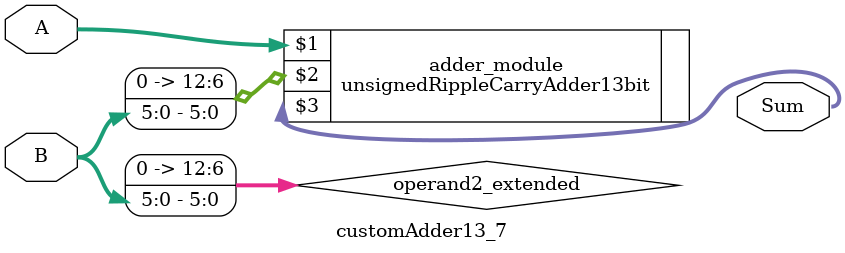
<source format=v>

module customAdder13_7(
                    input [12 : 0] A,
                    input [5 : 0] B,
                    
                    output [13 : 0] Sum
            );

    wire [12 : 0] operand2_extended;
    
    assign operand2_extended =  {7'b0, B};
    
    unsignedRippleCarryAdder13bit adder_module(
        A,
        operand2_extended,
        Sum
    );
    
endmodule
        
</source>
